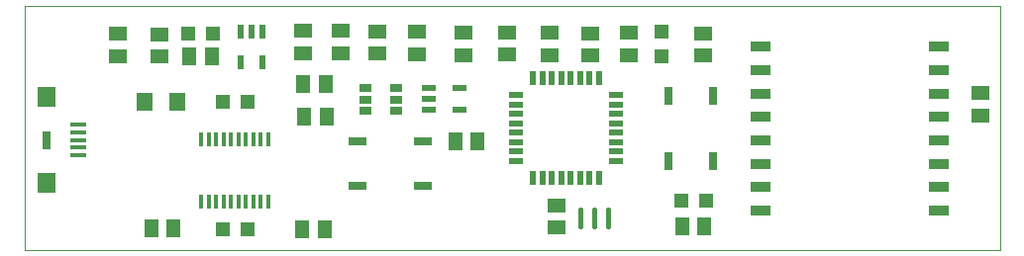
<source format=gtp>
G75*
%MOIN*%
%OFA0B0*%
%FSLAX25Y25*%
%IPPOS*%
%LPD*%
%AMOC8*
5,1,8,0,0,1.08239X$1,22.5*
%
%ADD10C,0.00000*%
%ADD11R,0.05906X0.05118*%
%ADD12R,0.05118X0.05906*%
%ADD13R,0.05512X0.06299*%
%ADD14R,0.05709X0.01575*%
%ADD15R,0.05906X0.07087*%
%ADD16R,0.02756X0.05906*%
%ADD17R,0.04724X0.04724*%
%ADD18R,0.06000X0.03000*%
%ADD19R,0.04724X0.02165*%
%ADD20R,0.01500X0.04500*%
%ADD21R,0.02165X0.04724*%
%ADD22R,0.02200X0.05000*%
%ADD23R,0.05000X0.02200*%
%ADD24R,0.06600X0.03200*%
%ADD25R,0.03937X0.02756*%
%ADD26C,0.01772*%
%ADD27R,0.03000X0.06000*%
D10*
X0015433Y0071025D02*
X0015433Y0153387D01*
X0343780Y0153387D01*
X0343780Y0071025D01*
X0015433Y0071025D01*
D11*
X0046851Y0136340D03*
X0061024Y0136301D03*
X0061024Y0143781D03*
X0046851Y0143820D03*
X0109213Y0144883D03*
X0122008Y0144883D03*
X0134331Y0144687D03*
X0147441Y0144569D03*
X0163189Y0144254D03*
X0177953Y0144293D03*
X0192284Y0144254D03*
X0205985Y0144057D03*
X0219055Y0144135D03*
X0219055Y0136655D03*
X0205985Y0136576D03*
X0192284Y0136773D03*
X0177953Y0136813D03*
X0163189Y0136773D03*
X0147441Y0137088D03*
X0134331Y0137206D03*
X0122008Y0137403D03*
X0109213Y0137403D03*
X0243780Y0136576D03*
X0243780Y0144057D03*
X0337362Y0123939D03*
X0337362Y0116458D03*
X0194488Y0086065D03*
X0194488Y0078584D03*
D12*
X0236890Y0078899D03*
X0244370Y0078899D03*
X0168032Y0107757D03*
X0160551Y0107757D03*
X0117087Y0116025D03*
X0109607Y0116025D03*
X0109370Y0126852D03*
X0116851Y0126852D03*
X0078504Y0136261D03*
X0071024Y0136261D03*
X0065591Y0078427D03*
X0058110Y0078427D03*
X0108977Y0077994D03*
X0116457Y0077994D03*
D13*
X0066929Y0121025D03*
X0055906Y0121025D03*
D14*
X0033662Y0113151D03*
X0033662Y0110592D03*
X0033662Y0108033D03*
X0033662Y0105474D03*
X0033662Y0102915D03*
D15*
X0022933Y0093529D03*
X0022933Y0122537D03*
D16*
X0022933Y0108033D03*
D17*
X0082362Y0120828D03*
X0090630Y0120828D03*
X0078819Y0143820D03*
X0070551Y0143820D03*
X0229725Y0144647D03*
X0229725Y0136380D03*
X0236496Y0087561D03*
X0244764Y0087561D03*
X0090630Y0077836D03*
X0082362Y0077836D03*
D18*
X0127583Y0092541D03*
X0149583Y0092541D03*
X0149583Y0107541D03*
X0127583Y0107541D03*
D19*
X0151653Y0118269D03*
X0161890Y0118269D03*
X0151653Y0122009D03*
X0151653Y0125750D03*
X0161890Y0125750D03*
D20*
X0097431Y0108426D03*
X0094931Y0108426D03*
X0092431Y0108426D03*
X0089931Y0108426D03*
X0087431Y0108426D03*
X0084931Y0108426D03*
X0082431Y0108426D03*
X0079931Y0108426D03*
X0077431Y0108426D03*
X0074931Y0108426D03*
X0074931Y0087326D03*
X0077431Y0087326D03*
X0079931Y0087326D03*
X0082431Y0087326D03*
X0084931Y0087326D03*
X0087431Y0087326D03*
X0089931Y0087326D03*
X0092431Y0087326D03*
X0094931Y0087326D03*
X0097431Y0087326D03*
D21*
X0095630Y0134371D03*
X0088150Y0134371D03*
X0088150Y0144608D03*
X0091890Y0144608D03*
X0095630Y0144608D03*
D22*
X0186693Y0129028D03*
X0189843Y0129028D03*
X0192992Y0129028D03*
X0196142Y0129028D03*
X0199292Y0129028D03*
X0202441Y0129028D03*
X0205591Y0129028D03*
X0208740Y0129028D03*
X0208740Y0095228D03*
X0205591Y0095228D03*
X0202441Y0095228D03*
X0199292Y0095228D03*
X0196142Y0095228D03*
X0192992Y0095228D03*
X0189843Y0095228D03*
X0186693Y0095228D03*
D23*
X0180817Y0101104D03*
X0180817Y0104254D03*
X0180817Y0107403D03*
X0180817Y0110553D03*
X0180817Y0113702D03*
X0180817Y0116852D03*
X0180817Y0120002D03*
X0180817Y0123151D03*
X0214617Y0123151D03*
X0214617Y0120002D03*
X0214617Y0116852D03*
X0214617Y0113702D03*
X0214617Y0110553D03*
X0214617Y0107403D03*
X0214617Y0104254D03*
X0214617Y0101104D03*
D24*
X0263307Y0100120D03*
X0263307Y0107994D03*
X0263307Y0115868D03*
X0263307Y0123742D03*
X0263307Y0131616D03*
X0263307Y0139490D03*
X0323150Y0139490D03*
X0323150Y0131616D03*
X0323150Y0123742D03*
X0323150Y0115868D03*
X0323150Y0107994D03*
X0323150Y0100120D03*
X0323150Y0092246D03*
X0323150Y0084372D03*
X0263307Y0084372D03*
X0263307Y0092246D03*
D25*
X0140473Y0118033D03*
X0140473Y0121773D03*
X0130236Y0121773D03*
X0130236Y0118033D03*
X0130236Y0125513D03*
X0140473Y0125513D03*
D26*
X0202599Y0084755D02*
X0202599Y0079027D01*
X0207323Y0079027D02*
X0207323Y0084755D01*
X0212048Y0084755D02*
X0212048Y0079027D01*
D27*
X0232185Y0100970D03*
X0247185Y0100970D03*
X0247185Y0122970D03*
X0232185Y0122970D03*
M02*

</source>
